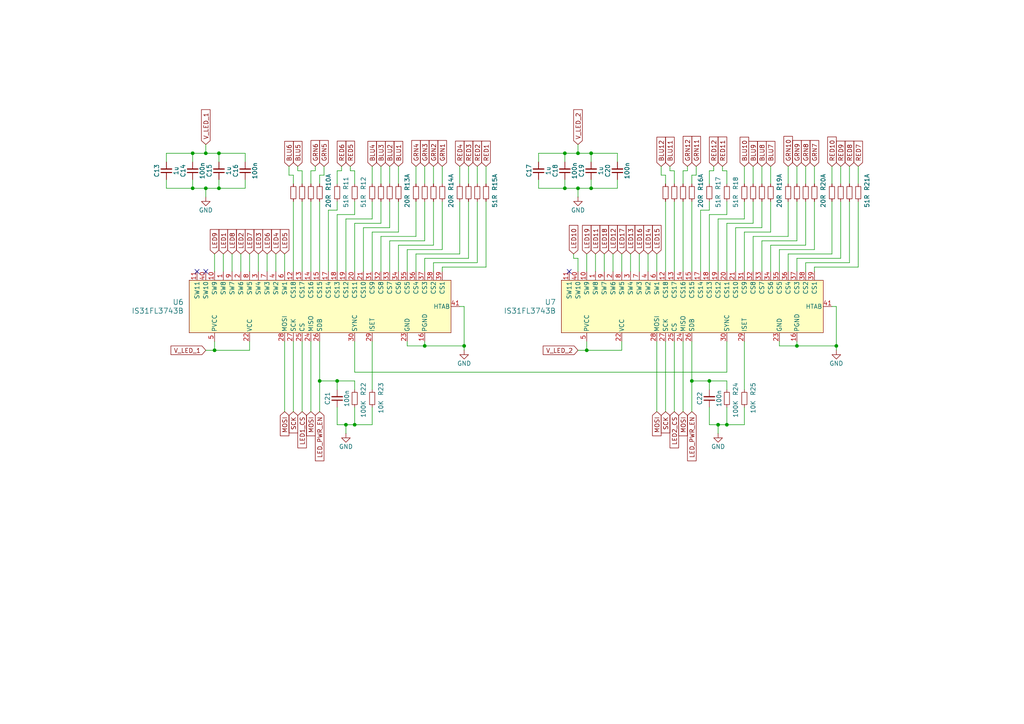
<source format=kicad_sch>
(kicad_sch (version 20250114) (generator "eeschema") (generator_version "9.0")
  (paper "A4")
  (lib_symbols
    (symbol "Device:C_Small" (pin_numbers (hide yes)) (pin_names (offset 0.254) (hide yes))
      (property "Reference" "C" (at 0.254 1.778 0))
      (property "Value" "C_Small" (at 0.254 -2.032 0))
      (symbol "C_Small_0_1"
        (polyline (pts (xy -1.524 0.508) (xy 1.524 0.508)) (stroke (width 0.3048)))
        (polyline (pts (xy -1.524 -0.508) (xy 1.524 -0.508)) (stroke (width 0.3302)))
      )
      (symbol "C_Small_1_1"
        (pin passive line (at 0 2.54 270) (length 2.032) (name "~") (number "1"))
        (pin passive line (at 0 -2.54 90) (length 2.032) (name "~") (number "2"))
      )
    )
    (symbol "power:GND" (power) (pin_numbers (hide yes)) (pin_names (offset 0) (hide yes))
      (property "Value" "GND" (at 0 -3.81 0))
      (symbol "GND_0_1"
        (polyline (pts (xy 0 0) (xy 0 -1.27) (xy 1.27 -1.27) (xy 0 -2.54) (xy -1.27 -1.27) (xy 0 -1.27)))
      )
      (symbol "GND_1_1"
        (pin power_in line (at 0 0 270) (length 0) (name "~") (number "1"))
      )
    )
    (symbol "ts-kicad-lib:R" (pin_numbers (hide yes)) (pin_names (offset 0.254) (hide yes))
      (property "Reference" "R" (at 0 -3.81 0))
      (property "Value" "~" (at 0 3.81 0))
      (symbol "R_0_1"
        (polyline (pts (xy -1.778 0.762) (xy -1.778 -0.762) (xy 1.778 -0.762) (xy 1.778 0.762) (xy -1.778 0.762)))
      )
      (symbol "R_1_1"
        (pin passive line (at -2.54 0 0) (length 0.762) (name "~") (number "1"))
        (pin passive line (at 2.54 0 180) (length 0.762) (name "~") (number "2"))
      )
    )
    (symbol "ts-kicad-lib:R_Array04" (pin_numbers (hide yes)) (pin_names (offset 0))
      (property "Reference" "R" (at 0 -3.81 0))
      (property "Value" "~" (at 0 3.81 0))
      (symbol "R_Array04_0_1"
        (polyline (pts (xy -1.778 0.762) (xy -1.778 -0.762) (xy 1.778 -0.762) (xy 1.778 0.762) (xy -1.778 0.762)))
      )
      (symbol "R_Array04_1_1"
        (pin passive line (at -2.54 0 0) (length 0.762) (name "~") (number "1"))
        (pin passive line (at 2.54 0 180) (length 0.762) (name "~") (number "2"))
      )
      (symbol "R_Array04_2_1"
        (pin passive line (at -2.54 0 0) (length 0.762) (name "~") (number "3"))
        (pin passive line (at 2.54 0 180) (length 0.762) (name "~") (number "4"))
      )
      (symbol "R_Array04_3_1"
        (pin passive line (at -2.54 0 0) (length 0.762) (name "~") (number "5"))
        (pin passive line (at 2.54 0 180) (length 0.762) (name "~") (number "6"))
      )
      (symbol "R_Array04_4_1"
        (pin passive line (at -2.54 0 0) (length 0.762) (name "~") (number "7"))
        (pin passive line (at 2.54 0 180) (length 0.762) (name "~") (number "8"))
      )
    )
    (symbol "ts-lumissil-lib:IS31FL3743B" (pin_names (offset 0.254))
      (property "Reference" "U" (at 0 39.37 0))
      (property "Value" "IS31FL3743B" (at 0 36.83 0))
      (symbol "IS31FL3743B_0_1"
        (pin power_in line (at -10.16 27.94 0) (length 2.54) (name "PVCC") (number "5"))
        (pin power_in line (at -10.16 17.78 0) (length 2.54) (name "VCC") (number "22"))
        (pin unspecified line (at -10.16 7.62 0) (length 2.54) (name "MOSI") (number "28"))
        (pin unspecified line (at -10.16 5.08 0) (length 2.54) (name "SCK") (number "27"))
        (pin unspecified line (at -10.16 2.54 0) (length 2.54) (name "CS") (number "25"))
        (pin unspecified line (at -10.16 0 0) (length 2.54) (name "MISO") (number "24"))
        (pin unspecified line (at -10.16 -2.54 0) (length 2.54) (name "SDB") (number "26"))
        (pin unspecified line (at -10.16 -12.7 0) (length 2.54) (name "SYNC") (number "30"))
        (pin power_out line (at -10.16 -27.94 0) (length 2.54) (name "GND") (number "23"))
        (pin power_out line (at -10.16 -33.02 0) (length 2.54) (name "PGND") (number "16"))
        (pin power_out line (at 0 -43.18 90) (length 2.54) (name "HTAB") (number "41"))
        (pin bidirectional line (at 10.16 33.02 180) (length 2.54) (name "SW11") (number "11"))
        (pin bidirectional line (at 10.16 30.48 180) (length 2.54) (name "SW10") (number "40"))
        (pin bidirectional line (at 10.16 27.94 180) (length 2.54) (name "SW9") (number "10"))
        (pin bidirectional line (at 10.16 22.86 180) (length 2.54) (name "SW7") (number "9"))
        (pin bidirectional line (at 10.16 20.32 180) (length 2.54) (name "SW6") (number "2"))
        (pin bidirectional line (at 10.16 17.78 180) (length 2.54) (name "SW5") (number "8"))
        (pin bidirectional line (at 10.16 15.24 180) (length 2.54) (name "SW4") (number "3"))
        (pin bidirectional line (at 10.16 12.7 180) (length 2.54) (name "SW3") (number "7"))
        (pin bidirectional line (at 10.16 10.16 180) (length 2.54) (name "SW2") (number "4"))
        (pin bidirectional line (at 10.16 7.62 180) (length 2.54) (name "SW1") (number "6"))
        (pin bidirectional line (at 10.16 5.08 180) (length 2.54) (name "CS18") (number "12"))
        (pin bidirectional line (at 10.16 2.54 180) (length 2.54) (name "CS17") (number "13"))
        (pin bidirectional line (at 10.16 0 180) (length 2.54) (name "CS16") (number "14"))
        (pin bidirectional line (at 10.16 -2.54 180) (length 2.54) (name "CS15") (number "15"))
        (pin bidirectional line (at 10.16 -5.08 180) (length 2.54) (name "CS14") (number "17"))
        (pin bidirectional line (at 10.16 -7.62 180) (length 2.54) (name "CS13") (number "18"))
        (pin bidirectional line (at 10.16 -10.16 180) (length 2.54) (name "CS12") (number "19"))
        (pin bidirectional line (at 10.16 -12.7 180) (length 2.54) (name "CS11") (number "20"))
        (pin bidirectional line (at 10.16 -15.24 180) (length 2.54) (name "CS10") (number "21"))
        (pin bidirectional line (at 10.16 -17.78 180) (length 2.54) (name "CS9") (number "31"))
        (pin bidirectional line (at 10.16 -20.32 180) (length 2.54) (name "CS8") (number "32"))
        (pin bidirectional line (at 10.16 -22.86 180) (length 2.54) (name "CS7") (number "33"))
        (pin bidirectional line (at 10.16 -25.4 180) (length 2.54) (name "CS6") (number "34"))
        (pin bidirectional line (at 10.16 -27.94 180) (length 2.54) (name "CS5") (number "35"))
        (pin bidirectional line (at 10.16 -30.48 180) (length 2.54) (name "CS4") (number "36"))
        (pin bidirectional line (at 10.16 -33.02 180) (length 2.54) (name "CS3") (number "37"))
        (pin bidirectional line (at 10.16 -35.56 180) (length 2.54) (name "CS2") (number "38"))
        (pin bidirectional line (at 10.16 -38.1 180) (length 2.54) (name "CS1") (number "39"))
      )
      (symbol "IS31FL3743B_1_1"
        (rectangle (start -7.62 35.306) (end 7.62 -40.64) (fill (type background)))
        (pin unspecified line (at -10.16 -17.78 0) (length 2.54) (name "ISET") (number "29"))
        (pin bidirectional line (at 10.16 25.4 180) (length 2.54) (name "SW8") (number "1"))
      )
    )
  )
  (junction (at 208.28 123.19))
  (junction (at 134.62 100.33))
  (junction (at 163.83 54.61))
  (junction (at 200.66 110.49))
  (junction (at 163.83 44.45))
  (junction (at 242.57 100.33))
  (junction (at 171.45 44.45))
  (junction (at 171.45 54.61))
  (junction (at 55.88 54.61))
  (junction (at 92.71 110.49))
  (junction (at 55.88 44.45))
  (junction (at 62.23 101.6))
  (junction (at 170.18 101.6))
  (junction (at 63.5 54.61))
  (junction (at 59.69 54.61))
  (junction (at 123.19 100.33))
  (junction (at 59.69 44.45))
  (junction (at 167.64 44.45))
  (junction (at 205.74 110.49))
  (junction (at 100.33 123.19))
  (junction (at 210.82 123.19))
  (junction (at 167.64 54.61))
  (junction (at 63.5 44.45))
  (junction (at 102.87 123.19))
  (junction (at 97.79 110.49))
  (junction (at 231.14 100.33))
  (no_connect (at 57.15 78.74))
  (no_connect (at 59.69 78.74))
  (no_connect (at 165.1 78.74))
  (wire (pts (xy 248.92 77.47) (xy 248.92 58.42)))
  (wire (pts (xy 86.36 49.53) (xy 86.36 48.26)))
  (wire (pts (xy 72.39 101.6) (xy 72.39 99.06)))
  (wire (pts (xy 215.9 63.5) (xy 215.9 58.42)))
  (wire (pts (xy 210.82 110.49) (xy 205.74 110.49)))
  (wire (pts (xy 107.95 67.31) (xy 115.57 67.31)))
  (wire (pts (xy 205.74 110.49) (xy 205.74 113.03)))
  (wire (pts (xy 97.79 123.19) (xy 100.33 123.19)))
  (wire (pts (xy 193.04 50.8) (xy 191.77 50.8)))
  (wire (pts (xy 62.23 101.6) (xy 72.39 101.6)))
  (wire (pts (xy 71.12 54.61) (xy 71.12 52.07)))
  (wire (pts (xy 110.49 78.74) (xy 110.49 68.58)))
  (wire (pts (xy 231.14 48.26) (xy 231.14 53.34)))
  (wire (pts (xy 115.57 71.12) (xy 125.73 71.12)))
  (wire (pts (xy 63.5 44.45) (xy 63.5 46.99)))
  (wire (pts (xy 231.14 78.74) (xy 231.14 74.93)))
  (wire (pts (xy 123.19 100.33) (xy 134.62 100.33)))
  (wire (pts (xy 74.93 73.66) (xy 74.93 78.74)))
  (wire (pts (xy 97.79 49.53) (xy 99.06 49.53)))
  (wire (pts (xy 107.95 58.42) (xy 107.95 63.5)))
  (wire (pts (xy 205.74 60.96) (xy 205.74 58.42)))
  (wire (pts (xy 175.26 73.66) (xy 175.26 78.74)))
  (wire (pts (xy 72.39 73.66) (xy 72.39 78.74)))
  (wire (pts (xy 105.41 66.04) (xy 113.03 66.04)))
  (wire (pts (xy 138.43 76.2) (xy 138.43 58.42)))
  (wire (pts (xy 59.69 44.45) (xy 63.5 44.45)))
  (wire (pts (xy 63.5 54.61) (xy 71.12 54.61)))
  (wire (pts (xy 71.12 44.45) (xy 71.12 46.99)))
  (wire (pts (xy 97.79 60.96) (xy 97.79 58.42)))
  (wire (pts (xy 134.62 88.9) (xy 134.62 100.33)))
  (wire (pts (xy 193.04 53.34) (xy 193.04 50.8)))
  (wire (pts (xy 163.83 54.61) (xy 167.64 54.61)))
  (wire (pts (xy 205.74 78.74) (xy 205.74 62.23)))
  (wire (pts (xy 156.21 46.99) (xy 156.21 44.45)))
  (wire (pts (xy 210.82 123.19) (xy 215.9 123.19)))
  (wire (pts (xy 208.28 123.19) (xy 210.82 123.19)))
  (wire (pts (xy 90.17 99.06) (xy 90.17 119.38)))
  (wire (pts (xy 223.52 78.74) (xy 223.52 71.12)))
  (wire (pts (xy 167.64 74.93) (xy 167.64 78.74)))
  (wire (pts (xy 97.79 53.34) (xy 97.79 49.53)))
  (wire (pts (xy 210.82 107.95) (xy 210.82 99.06)))
  (wire (pts (xy 243.84 48.26) (xy 243.84 53.34)))
  (wire (pts (xy 226.06 72.39) (xy 236.22 72.39)))
  (wire (pts (xy 200.66 58.42) (xy 200.66 78.74)))
  (wire (pts (xy 166.37 74.93) (xy 167.64 74.93)))
  (wire (pts (xy 185.42 73.66) (xy 185.42 78.74)))
  (wire (pts (xy 242.57 100.33) (xy 242.57 101.6)))
  (wire (pts (xy 107.95 123.19) (xy 107.95 118.11)))
  (wire (pts (xy 195.58 58.42) (xy 195.58 78.74)))
  (wire (pts (xy 100.33 123.19) (xy 102.87 123.19)))
  (wire (pts (xy 210.82 62.23) (xy 210.82 58.42)))
  (wire (pts (xy 48.26 46.99) (xy 48.26 44.45)))
  (wire (pts (xy 90.17 53.34) (xy 90.17 49.53)))
  (wire (pts (xy 218.44 68.58) (xy 228.6 68.58)))
  (wire (pts (xy 107.95 78.74) (xy 107.95 67.31)))
  (wire (pts (xy 241.3 73.66) (xy 241.3 58.42)))
  (wire (pts (xy 220.98 48.26) (xy 220.98 53.34)))
  (wire (pts (xy 191.77 48.26) (xy 191.77 50.8)))
  (wire (pts (xy 115.57 67.31) (xy 115.57 58.42)))
  (wire (pts (xy 228.6 48.26) (xy 228.6 53.34)))
  (wire (pts (xy 92.71 50.8) (xy 93.98 50.8)))
  (wire (pts (xy 215.9 67.31) (xy 223.52 67.31)))
  (wire (pts (xy 228.6 68.58) (xy 228.6 58.42)))
  (wire (pts (xy 91.44 48.26) (xy 91.44 49.53)))
  (wire (pts (xy 133.35 88.9) (xy 134.62 88.9)))
  (wire (pts (xy 210.82 64.77) (xy 218.44 64.77)))
  (wire (pts (xy 194.31 49.53) (xy 195.58 49.53)))
  (wire (pts (xy 172.72 73.66) (xy 172.72 78.74)))
  (wire (pts (xy 218.44 78.74) (xy 218.44 68.58)))
  (wire (pts (xy 100.33 78.74) (xy 100.33 63.5)))
  (wire (pts (xy 198.12 99.06) (xy 198.12 119.38)))
  (wire (pts (xy 55.88 52.07) (xy 55.88 54.61)))
  (wire (pts (xy 203.2 78.74) (xy 203.2 60.96)))
  (wire (pts (xy 233.68 76.2) (xy 246.38 76.2)))
  (wire (pts (xy 236.22 78.74) (xy 236.22 77.47)))
  (wire (pts (xy 179.07 44.45) (xy 179.07 46.99)))
  (wire (pts (xy 198.12 58.42) (xy 198.12 78.74)))
  (wire (pts (xy 123.19 99.06) (xy 123.19 100.33)))
  (wire (pts (xy 213.36 78.74) (xy 213.36 66.04)))
  (wire (pts (xy 205.74 123.19) (xy 208.28 123.19)))
  (wire (pts (xy 241.3 48.26) (xy 241.3 53.34)))
  (wire (pts (xy 123.19 69.85) (xy 123.19 58.42)))
  (wire (pts (xy 200.66 110.49) (xy 200.66 119.38)))
  (wire (pts (xy 123.19 78.74) (xy 123.19 74.93)))
  (wire (pts (xy 220.98 66.04) (xy 220.98 58.42)))
  (wire (pts (xy 105.41 78.74) (xy 105.41 66.04)))
  (wire (pts (xy 200.66 50.8) (xy 201.93 50.8)))
  (wire (pts (xy 85.09 53.34) (xy 85.09 50.8)))
  (wire (pts (xy 156.21 54.61) (xy 163.83 54.61)))
  (wire (pts (xy 226.06 100.33) (xy 231.14 100.33)))
  (wire (pts (xy 190.5 99.06) (xy 190.5 119.38)))
  (wire (pts (xy 77.47 73.66) (xy 77.47 78.74)))
  (wire (pts (xy 138.43 48.26) (xy 138.43 53.34)))
  (wire (pts (xy 102.87 110.49) (xy 97.79 110.49)))
  (wire (pts (xy 59.69 101.6) (xy 62.23 101.6)))
  (wire (pts (xy 92.71 110.49) (xy 92.71 119.38)))
  (wire (pts (xy 140.97 77.47) (xy 140.97 58.42)))
  (wire (pts (xy 213.36 66.04) (xy 220.98 66.04)))
  (wire (pts (xy 246.38 48.26) (xy 246.38 53.34)))
  (wire (pts (xy 140.97 48.26) (xy 140.97 53.34)))
  (wire (pts (xy 179.07 54.61) (xy 179.07 52.07)))
  (wire (pts (xy 102.87 118.11) (xy 102.87 123.19)))
  (wire (pts (xy 125.73 71.12) (xy 125.73 58.42)))
  (wire (pts (xy 215.9 48.26) (xy 215.9 53.34)))
  (wire (pts (xy 102.87 107.95) (xy 210.82 107.95)))
  (wire (pts (xy 85.09 99.06) (xy 85.09 119.38)))
  (wire (pts (xy 209.55 48.26) (xy 209.55 49.53)))
  (wire (pts (xy 93.98 48.26) (xy 93.98 50.8)))
  (wire (pts (xy 64.77 73.66) (xy 64.77 78.74)))
  (wire (pts (xy 87.63 53.34) (xy 87.63 49.53)))
  (wire (pts (xy 87.63 58.42) (xy 87.63 78.74)))
  (wire (pts (xy 248.92 48.26) (xy 248.92 53.34)))
  (wire (pts (xy 113.03 66.04) (xy 113.03 58.42)))
  (wire (pts (xy 215.9 99.06) (xy 215.9 113.03)))
  (wire (pts (xy 182.88 73.66) (xy 182.88 78.74)))
  (wire (pts (xy 87.63 99.06) (xy 87.63 119.38)))
  (wire (pts (xy 166.37 73.66) (xy 166.37 74.93)))
  (wire (pts (xy 102.87 123.19) (xy 107.95 123.19)))
  (wire (pts (xy 205.74 118.11) (xy 205.74 123.19)))
  (wire (pts (xy 220.98 69.85) (xy 231.14 69.85)))
  (wire (pts (xy 85.09 58.42) (xy 85.09 78.74)))
  (wire (pts (xy 120.65 68.58) (xy 120.65 58.42)))
  (wire (pts (xy 163.83 44.45) (xy 163.83 46.99)))
  (wire (pts (xy 48.26 52.07) (xy 48.26 54.61)))
  (wire (pts (xy 90.17 58.42) (xy 90.17 78.74)))
  (wire (pts (xy 243.84 74.93) (xy 243.84 58.42)))
  (wire (pts (xy 199.39 49.53) (xy 198.12 49.53)))
  (wire (pts (xy 118.11 72.39) (xy 128.27 72.39)))
  (wire (pts (xy 97.79 78.74) (xy 97.79 62.23)))
  (wire (pts (xy 205.74 49.53) (xy 205.74 53.34)))
  (wire (pts (xy 215.9 123.19) (xy 215.9 118.11)))
  (wire (pts (xy 97.79 110.49) (xy 97.79 113.03)))
  (wire (pts (xy 231.14 69.85) (xy 231.14 58.42)))
  (wire (pts (xy 125.73 76.2) (xy 138.43 76.2)))
  (wire (pts (xy 115.57 78.74) (xy 115.57 71.12)))
  (wire (pts (xy 220.98 78.74) (xy 220.98 69.85)))
  (wire (pts (xy 210.82 118.11) (xy 210.82 123.19)))
  (wire (pts (xy 171.45 44.45) (xy 171.45 46.99)))
  (wire (pts (xy 208.28 123.19) (xy 208.28 125.73)))
  (wire (pts (xy 83.82 48.26) (xy 83.82 50.8)))
  (wire (pts (xy 205.74 62.23) (xy 210.82 62.23)))
  (wire (pts (xy 163.83 52.07) (xy 163.83 54.61)))
  (wire (pts (xy 134.62 100.33) (xy 134.62 101.6)))
  (wire (pts (xy 223.52 67.31) (xy 223.52 58.42)))
  (wire (pts (xy 223.52 48.26) (xy 223.52 53.34)))
  (wire (pts (xy 236.22 48.26) (xy 236.22 53.34)))
  (wire (pts (xy 82.55 99.06) (xy 82.55 119.38)))
  (wire (pts (xy 120.65 48.26) (xy 120.65 53.34)))
  (wire (pts (xy 107.95 48.26) (xy 107.95 53.34)))
  (wire (pts (xy 97.79 118.11) (xy 97.79 123.19)))
  (wire (pts (xy 128.27 72.39) (xy 128.27 58.42)))
  (wire (pts (xy 48.26 54.61) (xy 55.88 54.61)))
  (wire (pts (xy 236.22 72.39) (xy 236.22 58.42)))
  (wire (pts (xy 125.73 78.74) (xy 125.73 76.2)))
  (wire (pts (xy 207.01 49.53) (xy 205.74 49.53)))
  (wire (pts (xy 215.9 78.74) (xy 215.9 67.31)))
  (wire (pts (xy 123.19 74.93) (xy 135.89 74.93)))
  (wire (pts (xy 190.5 73.66) (xy 190.5 78.74)))
  (wire (pts (xy 163.83 44.45) (xy 167.64 44.45)))
  (wire (pts (xy 177.8 73.66) (xy 177.8 78.74)))
  (wire (pts (xy 170.18 101.6) (xy 180.34 101.6)))
  (wire (pts (xy 82.55 73.66) (xy 82.55 78.74)))
  (wire (pts (xy 63.5 52.07) (xy 63.5 54.61)))
  (wire (pts (xy 207.01 48.26) (xy 207.01 49.53)))
  (wire (pts (xy 92.71 58.42) (xy 92.71 78.74)))
  (wire (pts (xy 97.79 62.23) (xy 102.87 62.23)))
  (wire (pts (xy 48.26 44.45) (xy 55.88 44.45)))
  (wire (pts (xy 208.28 78.74) (xy 208.28 63.5)))
  (wire (pts (xy 92.71 110.49) (xy 92.71 99.06)))
  (wire (pts (xy 102.87 78.74) (xy 102.87 64.77)))
  (wire (pts (xy 100.33 123.19) (xy 100.33 125.73)))
  (wire (pts (xy 199.39 48.26) (xy 199.39 49.53)))
  (wire (pts (xy 128.27 78.74) (xy 128.27 77.47)))
  (wire (pts (xy 118.11 78.74) (xy 118.11 72.39)))
  (wire (pts (xy 203.2 60.96) (xy 205.74 60.96)))
  (wire (pts (xy 113.03 69.85) (xy 123.19 69.85)))
  (wire (pts (xy 90.17 49.53) (xy 91.44 49.53)))
  (wire (pts (xy 102.87 49.53) (xy 101.6 49.53)))
  (wire (pts (xy 241.3 88.9) (xy 242.57 88.9)))
  (wire (pts (xy 118.11 100.33) (xy 123.19 100.33)))
  (wire (pts (xy 171.45 54.61) (xy 179.07 54.61)))
  (wire (pts (xy 171.45 44.45) (xy 179.07 44.45)))
  (wire (pts (xy 195.58 99.06) (xy 195.58 119.38)))
  (wire (pts (xy 63.5 44.45) (xy 71.12 44.45)))
  (wire (pts (xy 210.82 113.03) (xy 210.82 110.49)))
  (wire (pts (xy 99.06 48.26) (xy 99.06 49.53)))
  (wire (pts (xy 115.57 48.26) (xy 115.57 53.34)))
  (wire (pts (xy 200.66 53.34) (xy 200.66 50.8)))
  (wire (pts (xy 198.12 49.53) (xy 198.12 53.34)))
  (wire (pts (xy 167.64 101.6) (xy 170.18 101.6)))
  (wire (pts (xy 100.33 63.5) (xy 107.95 63.5)))
  (wire (pts (xy 167.64 54.61) (xy 171.45 54.61)))
  (wire (pts (xy 170.18 73.66) (xy 170.18 78.74)))
  (wire (pts (xy 218.44 64.77) (xy 218.44 58.42)))
  (wire (pts (xy 128.27 48.26) (xy 128.27 53.34)))
  (wire (pts (xy 210.82 53.34) (xy 210.82 49.53)))
  (wire (pts (xy 113.03 78.74) (xy 113.03 69.85)))
  (wire (pts (xy 97.79 110.49) (xy 92.71 110.49)))
  (wire (pts (xy 120.65 78.74) (xy 120.65 73.66)))
  (wire (pts (xy 180.34 101.6) (xy 180.34 99.06)))
  (wire (pts (xy 80.01 73.66) (xy 80.01 78.74)))
  (wire (pts (xy 228.6 78.74) (xy 228.6 73.66)))
  (wire (pts (xy 201.93 48.26) (xy 201.93 50.8)))
  (wire (pts (xy 87.63 49.53) (xy 86.36 49.53)))
  (wire (pts (xy 113.03 48.26) (xy 113.03 53.34)))
  (wire (pts (xy 118.11 99.06) (xy 118.11 100.33)))
  (wire (pts (xy 193.04 58.42) (xy 193.04 78.74)))
  (wire (pts (xy 62.23 101.6) (xy 62.23 99.06)))
  (wire (pts (xy 95.25 60.96) (xy 97.79 60.96)))
  (wire (pts (xy 193.04 99.06) (xy 193.04 119.38)))
  (wire (pts (xy 133.35 73.66) (xy 133.35 58.42)))
  (wire (pts (xy 223.52 71.12) (xy 233.68 71.12)))
  (wire (pts (xy 69.85 73.66) (xy 69.85 78.74)))
  (wire (pts (xy 170.18 101.6) (xy 170.18 99.06)))
  (wire (pts (xy 231.14 99.06) (xy 231.14 100.33)))
  (wire (pts (xy 123.19 48.26) (xy 123.19 53.34)))
  (wire (pts (xy 55.88 44.45) (xy 55.88 46.99)))
  (wire (pts (xy 62.23 73.66) (xy 62.23 78.74)))
  (wire (pts (xy 133.35 48.26) (xy 133.35 53.34)))
  (wire (pts (xy 102.87 64.77) (xy 110.49 64.77)))
  (wire (pts (xy 102.87 53.34) (xy 102.87 49.53)))
  (wire (pts (xy 92.71 53.34) (xy 92.71 50.8)))
  (wire (pts (xy 156.21 44.45) (xy 163.83 44.45)))
  (wire (pts (xy 110.49 68.58) (xy 120.65 68.58)))
  (wire (pts (xy 125.73 48.26) (xy 125.73 53.34)))
  (wire (pts (xy 187.96 73.66) (xy 187.96 78.74)))
  (wire (pts (xy 135.89 74.93) (xy 135.89 58.42)))
  (wire (pts (xy 226.06 78.74) (xy 226.06 72.39)))
  (wire (pts (xy 246.38 76.2) (xy 246.38 58.42)))
  (wire (pts (xy 233.68 71.12) (xy 233.68 58.42)))
  (wire (pts (xy 102.87 99.06) (xy 102.87 107.95)))
  (wire (pts (xy 228.6 73.66) (xy 241.3 73.66)))
  (wire (pts (xy 195.58 49.53) (xy 195.58 53.34)))
  (wire (pts (xy 128.27 77.47) (xy 140.97 77.47)))
  (wire (pts (xy 102.87 113.03) (xy 102.87 110.49)))
  (wire (pts (xy 167.64 54.61) (xy 167.64 57.15)))
  (wire (pts (xy 107.95 99.06) (xy 107.95 113.03)))
  (wire (pts (xy 180.34 73.66) (xy 180.34 78.74)))
  (wire (pts (xy 200.66 110.49) (xy 200.66 99.06)))
  (wire (pts (xy 55.88 54.61) (xy 59.69 54.61)))
  (wire (pts (xy 226.06 99.06) (xy 226.06 100.33)))
  (wire (pts (xy 236.22 77.47) (xy 248.92 77.47)))
  (wire (pts (xy 233.68 48.26) (xy 233.68 53.34)))
  (wire (pts (xy 59.69 41.91) (xy 59.69 44.45)))
  (wire (pts (xy 59.69 54.61) (xy 63.5 54.61)))
  (wire (pts (xy 120.65 73.66) (xy 133.35 73.66)))
  (wire (pts (xy 231.14 74.93) (xy 243.84 74.93)))
  (wire (pts (xy 135.89 48.26) (xy 135.89 53.34)))
  (wire (pts (xy 59.69 54.61) (xy 59.69 57.15)))
  (wire (pts (xy 167.64 41.91) (xy 167.64 44.45)))
  (wire (pts (xy 67.31 73.66) (xy 67.31 78.74)))
  (wire (pts (xy 205.74 110.49) (xy 200.66 110.49)))
  (wire (pts (xy 210.82 78.74) (xy 210.82 64.77)))
  (wire (pts (xy 101.6 48.26) (xy 101.6 49.53)))
  (wire (pts (xy 210.82 49.53) (xy 209.55 49.53)))
  (wire (pts (xy 167.64 44.45) (xy 171.45 44.45)))
  (wire (pts (xy 171.45 52.07) (xy 171.45 54.61)))
  (wire (pts (xy 55.88 44.45) (xy 59.69 44.45)))
  (wire (pts (xy 95.25 78.74) (xy 95.25 60.96)))
  (wire (pts (xy 218.44 48.26) (xy 218.44 53.34)))
  (wire (pts (xy 231.14 100.33) (xy 242.57 100.33)))
  (wire (pts (xy 110.49 48.26) (xy 110.49 53.34)))
  (wire (pts (xy 102.87 62.23) (xy 102.87 58.42)))
  (wire (pts (xy 233.68 78.74) (xy 233.68 76.2)))
  (wire (pts (xy 85.09 50.8) (xy 83.82 50.8)))
  (wire (pts (xy 242.57 88.9) (xy 242.57 100.33)))
  (wire (pts (xy 208.28 63.5) (xy 215.9 63.5)))
  (wire (pts (xy 110.49 64.77) (xy 110.49 58.42)))
  (wire (pts (xy 194.31 48.26) (xy 194.31 49.53)))
  (wire (pts (xy 156.21 52.07) (xy 156.21 54.61)))
  (global_label "RED6" (shape input) (at 99.06 48.26 90) (property "Intersheetrefs" "${INTERSHEET_REFS}" (effects (hide yes))))
  (global_label "LED15" (shape input) (at 190.5 73.66 90) (property "Intersheetrefs" "${INTERSHEET_REFS}" (effects (hide yes))))
  (global_label "BLU9" (shape input) (at 218.44 48.26 90) (property "Intersheetrefs" "${INTERSHEET_REFS}" (effects (hide yes))))
  (global_label "RED9" (shape input) (at 243.84 48.26 90) (property "Intersheetrefs" "${INTERSHEET_REFS}" (effects (hide yes))))
  (global_label "RED2" (shape input) (at 138.43 48.26 90) (property "Intersheetrefs" "${INTERSHEET_REFS}" (effects (hide yes))))
  (global_label "BLU8" (shape input) (at 220.98 48.26 90) (property "Intersheetrefs" "${INTERSHEET_REFS}" (effects (hide yes))))
  (global_label "BLU1" (shape input) (at 115.57 48.26 90) (property "Intersheetrefs" "${INTERSHEET_REFS}" (effects (hide yes))))
  (global_label "LED_PWR_EN" (shape input) (at 92.71 119.38 270) (property "Intersheetrefs" "${INTERSHEET_REFS}" (effects (hide yes))))
  (global_label "RED5" (shape input) (at 101.6 48.26 90) (property "Intersheetrefs" "${INTERSHEET_REFS}" (effects (hide yes))))
  (global_label "RED4" (shape input) (at 133.35 48.26 90) (property "Intersheetrefs" "${INTERSHEET_REFS}" (effects (hide yes))))
  (global_label "LED18" (shape input) (at 175.26 73.66 90) (property "Intersheetrefs" "${INTERSHEET_REFS}" (effects (hide yes))))
  (global_label "BLU5" (shape input) (at 86.36 48.26 90) (property "Intersheetrefs" "${INTERSHEET_REFS}" (effects (hide yes))))
  (global_label "GRN5" (shape input) (at 93.98 48.26 90) (property "Intersheetrefs" "${INTERSHEET_REFS}" (effects (hide yes))))
  (global_label "RED3" (shape input) (at 135.89 48.26 90) (property "Intersheetrefs" "${INTERSHEET_REFS}" (effects (hide yes))))
  (global_label "LED17" (shape input) (at 180.34 73.66 90) (property "Intersheetrefs" "${INTERSHEET_REFS}" (effects (hide yes))))
  (global_label "GRN3" (shape input) (at 123.19 48.26 90) (property "Intersheetrefs" "${INTERSHEET_REFS}" (effects (hide yes))))
  (global_label "BLU3" (shape input) (at 110.49 48.26 90) (property "Intersheetrefs" "${INTERSHEET_REFS}" (effects (hide yes))))
  (global_label "LED16" (shape input) (at 185.42 73.66 90) (property "Intersheetrefs" "${INTERSHEET_REFS}" (effects (hide yes))))
  (global_label "LED2_CS" (shape input) (at 195.58 119.38 270) (property "Intersheetrefs" "${INTERSHEET_REFS}" (effects (hide yes))))
  (global_label "LED_PWR_EN" (shape input) (at 200.66 119.38 270) (property "Intersheetrefs" "${INTERSHEET_REFS}" (effects (hide yes))))
  (global_label "RED8" (shape input) (at 246.38 48.26 90) (property "Intersheetrefs" "${INTERSHEET_REFS}" (effects (hide yes))))
  (global_label "MOSI" (shape input) (at 90.17 119.38 270) (property "Intersheetrefs" "${INTERSHEET_REFS}" (effects (hide yes))))
  (global_label "RED10" (shape input) (at 241.3 48.26 90) (property "Intersheetrefs" "${INTERSHEET_REFS}" (effects (hide yes))))
  (global_label "GRN11" (shape input) (at 201.93 48.26 90) (property "Intersheetrefs" "${INTERSHEET_REFS}" (effects (hide yes))))
  (global_label "RED11" (shape input) (at 209.55 48.26 90) (property "Intersheetrefs" "${INTERSHEET_REFS}" (effects (hide yes))))
  (global_label "GRN7" (shape input) (at 236.22 48.26 90) (property "Intersheetrefs" "${INTERSHEET_REFS}" (effects (hide yes))))
  (global_label "LED12" (shape input) (at 177.8 73.66 90) (property "Intersheetrefs" "${INTERSHEET_REFS}" (effects (hide yes))))
  (global_label "GRN12" (shape input) (at 199.39 48.26 90) (property "Intersheetrefs" "${INTERSHEET_REFS}" (effects (hide yes))))
  (global_label "MOSI" (shape input) (at 190.5 119.38 270) (property "Intersheetrefs" "${INTERSHEET_REFS}" (effects (hide yes))))
  (global_label "V_LED_2" (shape input) (at 167.64 101.6 180) (property "Intersheetrefs" "${INTERSHEET_REFS}" (effects (hide yes))))
  (global_label "MOSI" (shape input) (at 198.12 119.38 270) (property "Intersheetrefs" "${INTERSHEET_REFS}" (effects (hide yes))))
  (global_label "BLU12" (shape input) (at 191.77 48.26 90) (property "Intersheetrefs" "${INTERSHEET_REFS}" (effects (hide yes))))
  (global_label "LED1" (shape input) (at 64.77 73.66 90) (property "Intersheetrefs" "${INTERSHEET_REFS}" (effects (hide yes))))
  (global_label "LED1_CS" (shape input) (at 87.63 119.38 270) (property "Intersheetrefs" "${INTERSHEET_REFS}" (effects (hide yes))))
  (global_label "SCK" (shape input) (at 193.04 119.38 270) (property "Intersheetrefs" "${INTERSHEET_REFS}" (effects (hide yes))))
  (global_label "LED6" (shape input) (at 77.47 73.66 90) (property "Intersheetrefs" "${INTERSHEET_REFS}" (effects (hide yes))))
  (global_label "BLU6" (shape input) (at 83.82 48.26 90) (property "Intersheetrefs" "${INTERSHEET_REFS}" (effects (hide yes))))
  (global_label "GRN9" (shape input) (at 231.14 48.26 90) (property "Intersheetrefs" "${INTERSHEET_REFS}" (effects (hide yes))))
  (global_label "GRN8" (shape input) (at 233.68 48.26 90) (property "Intersheetrefs" "${INTERSHEET_REFS}" (effects (hide yes))))
  (global_label "LED3" (shape input) (at 74.93 73.66 90) (property "Intersheetrefs" "${INTERSHEET_REFS}" (effects (hide yes))))
  (global_label "LED11" (shape input) (at 172.72 73.66 90) (property "Intersheetrefs" "${INTERSHEET_REFS}" (effects (hide yes))))
  (global_label "V_LED_1" (shape input) (at 59.69 41.91 90) (property "Intersheetrefs" "${INTERSHEET_REFS}" (effects (hide yes))))
  (global_label "BLU4" (shape input) (at 107.95 48.26 90) (property "Intersheetrefs" "${INTERSHEET_REFS}" (effects (hide yes))))
  (global_label "GRN6" (shape input) (at 91.44 48.26 90) (property "Intersheetrefs" "${INTERSHEET_REFS}" (effects (hide yes))))
  (global_label "BLU11" (shape input) (at 194.31 48.26 90) (property "Intersheetrefs" "${INTERSHEET_REFS}" (effects (hide yes))))
  (global_label "GRN10" (shape input) (at 228.6 48.26 90) (property "Intersheetrefs" "${INTERSHEET_REFS}" (effects (hide yes))))
  (global_label "LED19" (shape input) (at 170.18 73.66 90) (property "Intersheetrefs" "${INTERSHEET_REFS}" (effects (hide yes))))
  (global_label "V_LED_1" (shape input) (at 59.69 101.6 180) (property "Intersheetrefs" "${INTERSHEET_REFS}" (effects (hide yes))))
  (global_label "LED7" (shape input) (at 72.39 73.66 90) (property "Intersheetrefs" "${INTERSHEET_REFS}" (effects (hide yes))))
  (global_label "RED12" (shape input) (at 207.01 48.26 90) (property "Intersheetrefs" "${INTERSHEET_REFS}" (effects (hide yes))))
  (global_label "RED7" (shape input) (at 248.92 48.26 90) (property "Intersheetrefs" "${INTERSHEET_REFS}" (effects (hide yes))))
  (global_label "LED2" (shape input) (at 69.85 73.66 90) (property "Intersheetrefs" "${INTERSHEET_REFS}" (effects (hide yes))))
  (global_label "LED5" (shape input) (at 82.55 73.66 90) (property "Intersheetrefs" "${INTERSHEET_REFS}" (effects (hide yes))))
  (global_label "V_LED_2" (shape input) (at 167.64 41.91 90) (property "Intersheetrefs" "${INTERSHEET_REFS}" (effects (hide yes))))
  (global_label "LED10" (shape input) (at 166.37 73.66 90) (property "Intersheetrefs" "${INTERSHEET_REFS}" (effects (hide yes))))
  (global_label "LED13" (shape input) (at 182.88 73.66 90) (property "Intersheetrefs" "${INTERSHEET_REFS}" (effects (hide yes))))
  (global_label "BLU7" (shape input) (at 223.52 48.26 90) (property "Intersheetrefs" "${INTERSHEET_REFS}" (effects (hide yes))))
  (global_label "MOSI" (shape input) (at 82.55 119.38 270) (property "Intersheetrefs" "${INTERSHEET_REFS}" (effects (hide yes))))
  (global_label "LED8" (shape input) (at 67.31 73.66 90) (property "Intersheetrefs" "${INTERSHEET_REFS}" (effects (hide yes))))
  (global_label "BLU2" (shape input) (at 113.03 48.26 90) (property "Intersheetrefs" "${INTERSHEET_REFS}" (effects (hide yes))))
  (global_label "GRN2" (shape input) (at 125.73 48.26 90) (property "Intersheetrefs" "${INTERSHEET_REFS}" (effects (hide yes))))
  (global_label "LED4" (shape input) (at 80.01 73.66 90) (property "Intersheetrefs" "${INTERSHEET_REFS}" (effects (hide yes))))
  (global_label "LED14" (shape input) (at 187.96 73.66 90) (property "Intersheetrefs" "${INTERSHEET_REFS}" (effects (hide yes))))
  (global_label "SCK" (shape input) (at 85.09 119.38 270) (property "Intersheetrefs" "${INTERSHEET_REFS}" (effects (hide yes))))
  (global_label "GRN1" (shape input) (at 128.27 48.26 90) (property "Intersheetrefs" "${INTERSHEET_REFS}" (effects (hide yes))))
  (global_label "LED9" (shape input) (at 62.23 73.66 90) (property "Intersheetrefs" "${INTERSHEET_REFS}" (effects (hide yes))))
  (global_label "GRN4" (shape input) (at 120.65 48.26 90) (property "Intersheetrefs" "${INTERSHEET_REFS}" (effects (hide yes))))
  (global_label "RED1" (shape input) (at 140.97 48.26 90) (property "Intersheetrefs" "${INTERSHEET_REFS}" (effects (hide yes))))
  (global_label "BLU10" (shape input) (at 215.9 48.26 90) (property "Intersheetrefs" "${INTERSHEET_REFS}" (effects (hide yes))))
  (symbol (lib_id "ts-kicad-lib:R_Array04") (at 241.3 55.88 90) (unit 1)
    (property "Reference" "R21" (at 251.46 55.372 0) (effects (justify left)))
    (property "Value" "51R" (at 251.46 56.388 0) (effects (justify right)))
    (property "Description" "Resistor Array" (effects (hide yes)))
  )
  (symbol (lib_id "ts-kicad-lib:R") (at 215.9 115.57 90) (unit 1)
    (property "Reference" "R25" (at 218.44 114.808 0) (effects (justify left)))
    (property "Value" "10K" (at 218.44 116.078 0) (effects (justify right)))
    (property "Description" "Resistor symbol" (effects (hide yes)))
  )
  (symbol (lib_id "Device:C_Small") (at 71.12 49.53 180) (unit 1)
    (property "Reference" "C16" (at 68.326 49.53 90))
    (property "Value" "100n" (at 73.914 49.53 90))
    (property "Footprint" "Capacitor_SMD:C_0603_1608Metric_Pad1.08x0.95mm_HandSolder" (effects (hide yes)))
    (property "Description" "Unpolarized capacitor, small symbol" (effects (hide yes)))
  )
  (symbol (lib_id "ts-kicad-lib:R") (at 210.82 55.88 90) (unit 1)
    (property "Reference" "R18" (at 213.36 55.118 0) (effects (justify left)))
    (property "Value" "51R" (at 213.36 56.388 0) (effects (justify right)))
    (property "Description" "Resistor symbol" (effects (hide yes)))
  )
  (symbol (lib_id "ts-kicad-lib:R_Array04") (at 228.6 55.88 90) (unit 1)
    (property "Reference" "R20" (at 238.76 55.372 0) (effects (justify left)))
    (property "Value" "20R" (at 238.76 56.388 0) (effects (justify right)))
    (property "Description" "Resistor Array" (effects (hide yes)))
  )
  (symbol (lib_id "ts-kicad-lib:R_Array04") (at 140.97 55.88 90) (unit 4)
    (property "Reference" "R15" (effects (hide yes)))
    (property "Value" "51R" (effects (hide yes)))
    (property "Description" "Resistor Array" (effects (hide yes)))
  )
  (symbol (lib_id "ts-kicad-lib:R_Array04") (at 248.92 55.88 90) (unit 4)
    (property "Reference" "R21" (effects (hide yes)))
    (property "Value" "51R" (effects (hide yes)))
    (property "Description" "Resistor Array" (effects (hide yes)))
  )
  (symbol (lib_id "ts-kicad-lib:R") (at 107.95 115.57 90) (unit 1)
    (property "Reference" "R23" (at 110.49 114.808 0) (effects (justify left)))
    (property "Value" "10K" (at 110.49 116.078 0) (effects (justify right)))
    (property "Description" "Resistor symbol" (effects (hide yes)))
  )
  (symbol (lib_id "Device:C_Small") (at 171.45 49.53 180) (unit 1)
    (property "Reference" "C19" (at 168.656 49.53 90))
    (property "Value" "1u" (at 174.244 49.53 90))
    (property "Footprint" "Capacitor_SMD:C_0603_1608Metric_Pad1.08x0.95mm_HandSolder" (effects (hide yes)))
    (property "Description" "Unpolarized capacitor, small symbol" (effects (hide yes)))
  )
  (symbol (lib_id "ts-kicad-lib:R_Array04") (at 236.22 55.88 90) (unit 4)
    (property "Reference" "R20" (effects (hide yes)))
    (property "Value" "20R" (effects (hide yes)))
    (property "Description" "Resistor Array" (effects (hide yes)))
  )
  (symbol (lib_id "ts-kicad-lib:R_Array04") (at 198.12 55.88 90) (unit 3)
    (property "Reference" "R16" (effects (hide yes)))
    (property "Value" "20R" (effects (hide yes)))
    (property "Description" "Resistor Array" (effects (hide yes)))
  )
  (symbol (lib_id "ts-kicad-lib:R_Array04") (at 85.09 55.88 90) (unit 1)
    (property "Reference" "R10" (at 95.25 55.372 0) (effects (justify left)))
    (property "Value" "20R" (at 95.25 56.388 0) (effects (justify right)))
    (property "Description" "Resistor Array" (effects (hide yes)))
  )
  (symbol (lib_id "power:GND") (at 242.57 101.6 0) (unit 1)
    (property "Reference" "#PWR021" (effects (hide yes)))
    (property "Value" "GND" (at 242.57 105.41 0))
    (property "Description" "Power symbol creates a global label with name \"GND\" , ground" (effects (hide yes)))
  )
  (symbol (lib_id "Device:C_Small") (at 55.88 49.53 180) (unit 1)
    (property "Reference" "C14" (at 53.086 49.53 90))
    (property "Value" "100n" (at 58.674 49.53 90))
    (property "Footprint" "Capacitor_SMD:C_0603_1608Metric_Pad1.08x0.95mm_HandSolder" (effects (hide yes)))
    (property "Description" "Unpolarized capacitor, small symbol" (effects (hide yes)))
  )
  (symbol (lib_id "Device:C_Small") (at 179.07 49.53 180) (unit 1)
    (property "Reference" "C20" (at 176.276 49.53 90))
    (property "Value" "100n" (at 181.864 49.53 90))
    (property "Footprint" "Capacitor_SMD:C_0603_1608Metric_Pad1.08x0.95mm_HandSolder" (effects (hide yes)))
    (property "Description" "Unpolarized capacitor, small symbol" (effects (hide yes)))
  )
  (symbol (lib_id "ts-kicad-lib:R_Array04") (at 215.9 55.88 90) (unit 1)
    (property "Reference" "R19" (at 226.06 55.372 0) (effects (justify left)))
    (property "Value" "20R" (at 226.06 56.388 0) (effects (justify right)))
    (property "Description" "Resistor Array" (effects (hide yes)))
  )
  (symbol (lib_id "ts-lumissil-lib:IS31FL3743B") (at 90.17 88.9 90) (unit 1)
    (property "Reference" "U6" (at 53.34 87.6299 90) (effects (font (size 1.524 1.524)) (justify left)))
    (property "Value" "IS31FL3743B" (at 53.34 90.1699 90) (effects (font (size 1.524 1.524)) (justify left)))
    (property "Footprint" "Package_DFN_QFN:UQFN-40-1EP_5x5mm_P0.4mm_EP3.8x3.8mm" (effects (hide yes)))
    (property "Description" "18×11 DOTS MATRIX LED DRIVER WITH 12MHZ SPI" (effects (hide yes)))
  )
  (symbol (lib_id "ts-kicad-lib:R_Array04") (at 246.38 55.88 90) (unit 3)
    (property "Reference" "R21" (effects (hide yes)))
    (property "Value" "51R" (effects (hide yes)))
    (property "Description" "Resistor Array" (effects (hide yes)))
  )
  (symbol (lib_id "Device:C_Small") (at 163.83 49.53 180) (unit 1)
    (property "Reference" "C18" (at 161.036 49.53 90))
    (property "Value" "100n" (at 166.624 49.53 90))
    (property "Footprint" "Capacitor_SMD:C_0603_1608Metric_Pad1.08x0.95mm_HandSolder" (effects (hide yes)))
    (property "Description" "Unpolarized capacitor, small symbol" (effects (hide yes)))
  )
  (symbol (lib_id "ts-kicad-lib:R_Array04") (at 87.63 55.88 90) (unit 2)
    (property "Reference" "R10" (effects (hide yes)))
    (property "Value" "20R" (effects (hide yes)))
    (property "Description" "Resistor Array" (effects (hide yes)))
  )
  (symbol (lib_id "ts-kicad-lib:R_Array04") (at 200.66 55.88 90) (unit 4)
    (property "Reference" "R16" (effects (hide yes)))
    (property "Value" "20R" (effects (hide yes)))
    (property "Description" "Resistor Array" (effects (hide yes)))
  )
  (symbol (lib_id "ts-kicad-lib:R_Array04") (at 107.95 55.88 90) (unit 1)
    (property "Reference" "R13" (at 118.11 55.372 0) (effects (justify left)))
    (property "Value" "20R" (at 118.11 56.388 0) (effects (justify right)))
    (property "Description" "Resistor Array" (effects (hide yes)))
  )
  (symbol (lib_id "ts-kicad-lib:R_Array04") (at 92.71 55.88 90) (unit 4)
    (property "Reference" "R10" (effects (hide yes)))
    (property "Value" "20R" (effects (hide yes)))
    (property "Description" "Resistor Array" (effects (hide yes)))
  )
  (symbol (lib_id "ts-kicad-lib:R_Array04") (at 133.35 55.88 90) (unit 1)
    (property "Reference" "R15" (at 143.51 55.372 0) (effects (justify left)))
    (property "Value" "51R" (at 143.51 56.388 0) (effects (justify right)))
    (property "Description" "Resistor Array" (effects (hide yes)))
  )
  (symbol (lib_id "ts-kicad-lib:R_Array04") (at 231.14 55.88 90) (unit 2)
    (property "Reference" "R20" (effects (hide yes)))
    (property "Value" "20R" (effects (hide yes)))
    (property "Description" "Resistor Array" (effects (hide yes)))
  )
  (symbol (lib_id "ts-kicad-lib:R") (at 102.87 55.88 90) (unit 1)
    (property "Reference" "R12" (at 105.41 55.118 0) (effects (justify left)))
    (property "Value" "51R" (at 105.41 56.388 0) (effects (justify right)))
    (property "Description" "Resistor symbol" (effects (hide yes)))
  )
  (symbol (lib_id "power:GND") (at 134.62 101.6 0) (unit 1)
    (property "Reference" "#PWR020" (effects (hide yes)))
    (property "Value" "GND" (at 134.62 105.41 0))
    (property "Description" "Power symbol creates a global label with name \"GND\" , ground" (effects (hide yes)))
  )
  (symbol (lib_id "ts-kicad-lib:R_Array04") (at 243.84 55.88 90) (unit 2)
    (property "Reference" "R21" (effects (hide yes)))
    (property "Value" "51R" (effects (hide yes)))
    (property "Description" "Resistor Array" (effects (hide yes)))
  )
  (symbol (lib_id "ts-kicad-lib:R_Array04") (at 220.98 55.88 90) (unit 3)
    (property "Reference" "R19" (effects (hide yes)))
    (property "Value" "20R" (effects (hide yes)))
    (property "Description" "Resistor Array" (effects (hide yes)))
  )
  (symbol (lib_id "Device:C_Small") (at 97.79 115.57 180) (unit 1)
    (property "Reference" "C21" (at 94.996 115.57 90))
    (property "Value" "100n" (at 100.584 115.57 90))
    (property "Footprint" "Capacitor_SMD:C_0603_1608Metric_Pad1.08x0.95mm_HandSolder" (effects (hide yes)))
    (property "Description" "Unpolarized capacitor, small symbol" (effects (hide yes)))
  )
  (symbol (lib_id "ts-kicad-lib:R_Array04") (at 193.04 55.88 90) (unit 1)
    (property "Reference" "R16" (at 203.2 55.372 0) (effects (justify left)))
    (property "Value" "20R" (at 203.2 56.388 0) (effects (justify right)))
    (property "Description" "Resistor Array" (effects (hide yes)))
  )
  (symbol (lib_id "ts-kicad-lib:R") (at 102.87 115.57 90) (unit 1)
    (property "Reference" "R22" (at 105.41 114.808 0) (effects (justify left)))
    (property "Value" "100K" (at 105.41 116.078 0) (effects (justify right)))
    (property "Description" "Resistor symbol" (effects (hide yes)))
  )
  (symbol (lib_id "ts-kicad-lib:R_Array04") (at 223.52 55.88 90) (unit 4)
    (property "Reference" "R19" (effects (hide yes)))
    (property "Value" "20R" (effects (hide yes)))
    (property "Description" "Resistor Array" (effects (hide yes)))
  )
  (symbol (lib_id "ts-kicad-lib:R_Array04") (at 90.17 55.88 90) (unit 3)
    (property "Reference" "R10" (effects (hide yes)))
    (property "Value" "20R" (effects (hide yes)))
    (property "Description" "Resistor Array" (effects (hide yes)))
  )
  (symbol (lib_id "power:GND") (at 167.64 57.15 0) (unit 1)
    (property "Reference" "#PWR019" (effects (hide yes)))
    (property "Value" "GND" (at 167.64 60.96 0))
    (property "Description" "Power symbol creates a global label with name \"GND\" , ground" (effects (hide yes)))
  )
  (symbol (lib_id "ts-kicad-lib:R_Array04") (at 123.19 55.88 90) (unit 2)
    (property "Reference" "R14" (effects (hide yes)))
    (property "Value" "20R" (effects (hide yes)))
    (property "Description" "Resistor Array" (effects (hide yes)))
  )
  (symbol (lib_id "ts-kicad-lib:R_Array04") (at 115.57 55.88 90) (unit 4)
    (property "Reference" "R13" (effects (hide yes)))
    (property "Value" "20R" (effects (hide yes)))
    (property "Description" "Resistor Array" (effects (hide yes)))
  )
  (symbol (lib_id "power:GND") (at 100.33 125.73 0) (unit 1)
    (property "Reference" "#PWR022" (effects (hide yes)))
    (property "Value" "GND" (at 100.33 129.54 0))
    (property "Description" "Power symbol creates a global label with name \"GND\" , ground" (effects (hide yes)))
  )
  (symbol (lib_id "ts-kicad-lib:R") (at 210.82 115.57 90) (unit 1)
    (property "Reference" "R24" (at 213.36 114.808 0) (effects (justify left)))
    (property "Value" "100K" (at 213.36 116.078 0) (effects (justify right)))
    (property "Description" "Resistor symbol" (effects (hide yes)))
  )
  (symbol (lib_id "power:GND") (at 59.69 57.15 0) (unit 1)
    (property "Reference" "#PWR018" (effects (hide yes)))
    (property "Value" "GND" (at 59.69 60.96 0))
    (property "Description" "Power symbol creates a global label with name \"GND\" , ground" (effects (hide yes)))
  )
  (symbol (lib_id "ts-kicad-lib:R") (at 97.79 55.88 90) (unit 1)
    (property "Reference" "R11" (at 100.33 55.118 0) (effects (justify left)))
    (property "Value" "51R" (at 100.33 56.388 0) (effects (justify right)))
    (property "Description" "Resistor symbol" (effects (hide yes)))
  )
  (symbol (lib_id "ts-lumissil-lib:IS31FL3743B") (at 198.12 88.9 90) (unit 1)
    (property "Reference" "U7" (at 161.29 87.6299 90) (effects (font (size 1.524 1.524)) (justify left)))
    (property "Value" "IS31FL3743B" (at 161.29 90.1699 90) (effects (font (size 1.524 1.524)) (justify left)))
    (property "Footprint" "Package_DFN_QFN:UQFN-40-1EP_5x5mm_P0.4mm_EP3.8x3.8mm" (effects (hide yes)))
    (property "Description" "18×11 DOTS MATRIX LED DRIVER WITH 12MHZ SPI" (effects (hide yes)))
  )
  (symbol (lib_id "ts-kicad-lib:R_Array04") (at 110.49 55.88 90) (unit 2)
    (property "Reference" "R13" (effects (hide yes)))
    (property "Value" "20R" (effects (hide yes)))
    (property "Description" "Resistor Array" (effects (hide yes)))
  )
  (symbol (lib_id "ts-kicad-lib:R_Array04") (at 138.43 55.88 90) (unit 3)
    (property "Reference" "R15" (effects (hide yes)))
    (property "Value" "51R" (effects (hide yes)))
    (property "Description" "Resistor Array" (effects (hide yes)))
  )
  (symbol (lib_id "ts-kicad-lib:R") (at 205.74 55.88 90) (unit 1)
    (property "Reference" "R17" (at 208.28 55.118 0) (effects (justify left)))
    (property "Value" "51R" (at 208.28 56.388 0) (effects (justify right)))
    (property "Description" "Resistor symbol" (effects (hide yes)))
  )
  (symbol (lib_id "power:GND") (at 208.28 125.73 0) (unit 1)
    (property "Reference" "#PWR023" (effects (hide yes)))
    (property "Value" "GND" (at 208.28 129.54 0))
    (property "Description" "Power symbol creates a global label with name \"GND\" , ground" (effects (hide yes)))
  )
  (symbol (lib_id "ts-kicad-lib:R_Array04") (at 128.27 55.88 90) (unit 4)
    (property "Reference" "R14" (effects (hide yes)))
    (property "Value" "20R" (effects (hide yes)))
    (property "Description" "Resistor Array" (effects (hide yes)))
  )
  (symbol (lib_id "Device:C_Small") (at 156.21 49.53 180) (unit 1)
    (property "Reference" "C17" (at 153.416 49.53 90))
    (property "Value" "1u" (at 159.004 49.53 90))
    (property "Footprint" "Capacitor_SMD:C_0603_1608Metric_Pad1.08x0.95mm_HandSolder" (effects (hide yes)))
    (property "Description" "Unpolarized capacitor, small symbol" (effects (hide yes)))
  )
  (symbol (lib_id "Device:C_Small") (at 63.5 49.53 180) (unit 1)
    (property "Reference" "C15" (at 60.706 49.53 90))
    (property "Value" "1u" (at 66.294 49.53 90))
    (property "Footprint" "Capacitor_SMD:C_0603_1608Metric_Pad1.08x0.95mm_HandSolder" (effects (hide yes)))
    (property "Description" "Unpolarized capacitor, small symbol" (effects (hide yes)))
  )
  (symbol (lib_id "ts-kicad-lib:R_Array04") (at 113.03 55.88 90) (unit 3)
    (property "Reference" "R13" (effects (hide yes)))
    (property "Value" "20R" (effects (hide yes)))
    (property "Description" "Resistor Array" (effects (hide yes)))
  )
  (symbol (lib_id "ts-kicad-lib:R_Array04") (at 135.89 55.88 90) (unit 2)
    (property "Reference" "R15" (effects (hide yes)))
    (property "Value" "51R" (effects (hide yes)))
    (property "Description" "Resistor Array" (effects (hide yes)))
  )
  (symbol (lib_id "ts-kicad-lib:R_Array04") (at 233.68 55.88 90) (unit 3)
    (property "Reference" "R20" (effects (hide yes)))
    (property "Value" "20R" (effects (hide yes)))
    (property "Description" "Resistor Array" (effects (hide yes)))
  )
  (symbol (lib_id "ts-kicad-lib:R_Array04") (at 125.73 55.88 90) (unit 3)
    (property "Reference" "R14" (effects (hide yes)))
    (property "Value" "20R" (effects (hide yes)))
    (property "Description" "Resistor Array" (effects (hide yes)))
  )
  (symbol (lib_id "ts-kicad-lib:R_Array04") (at 120.65 55.88 90) (unit 1)
    (property "Reference" "R14" (at 130.81 55.372 0) (effects (justify left)))
    (property "Value" "20R" (at 130.81 56.388 0) (effects (justify right)))
    (property "Description" "Resistor Array" (effects (hide yes)))
  )
  (symbol (lib_id "ts-kicad-lib:R_Array04") (at 195.58 55.88 90) (unit 2)
    (property "Reference" "R16" (effects (hide yes)))
    (property "Value" "20R" (effects (hide yes)))
    (property "Description" "Resistor Array" (effects (hide yes)))
  )
  (symbol (lib_id "ts-kicad-lib:R_Array04") (at 218.44 55.88 90) (unit 2)
    (property "Reference" "R19" (effects (hide yes)))
    (property "Value" "20R" (effects (hide yes)))
    (property "Description" "Resistor Array" (effects (hide yes)))
  )
  (symbol (lib_id "Device:C_Small") (at 48.26 49.53 180) (unit 1)
    (property "Reference" "C13" (at 45.466 49.53 90))
    (property "Value" "1u" (at 51.054 49.53 90))
    (property "Footprint" "Capacitor_SMD:C_0603_1608Metric_Pad1.08x0.95mm_HandSolder" (effects (hide yes)))
    (property "Description" "Unpolarized capacitor, small symbol" (effects (hide yes)))
  )
  (symbol (lib_id "Device:C_Small") (at 205.74 115.57 180) (unit 1)
    (property "Reference" "C22" (at 202.946 115.57 90))
    (property "Value" "100n" (at 208.534 115.57 90))
    (property "Footprint" "Capacitor_SMD:C_0603_1608Metric_Pad1.08x0.95mm_HandSolder" (effects (hide yes)))
    (property "Description" "Unpolarized capacitor, small symbol" (effects (hide yes)))
  )
)
</source>
